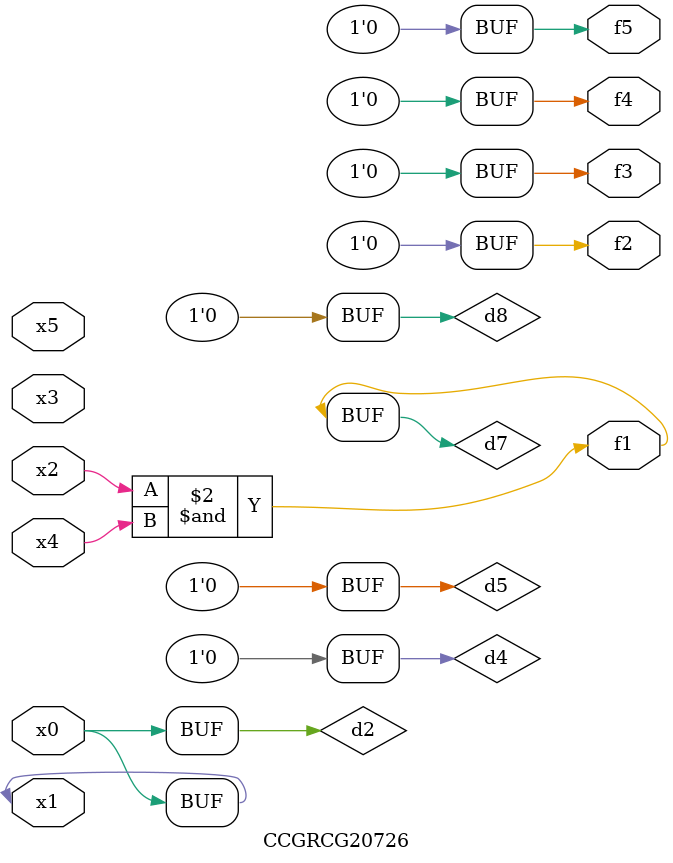
<source format=v>
module CCGRCG20726(
	input x0, x1, x2, x3, x4, x5,
	output f1, f2, f3, f4, f5
);

	wire d1, d2, d3, d4, d5, d6, d7, d8, d9;

	nand (d1, x1);
	buf (d2, x0, x1);
	nand (d3, x2, x4);
	and (d4, d1, d2);
	and (d5, d1, d2);
	nand (d6, d1, d3);
	not (d7, d3);
	xor (d8, d5);
	nor (d9, d5, d6);
	assign f1 = d7;
	assign f2 = d8;
	assign f3 = d8;
	assign f4 = d8;
	assign f5 = d8;
endmodule

</source>
